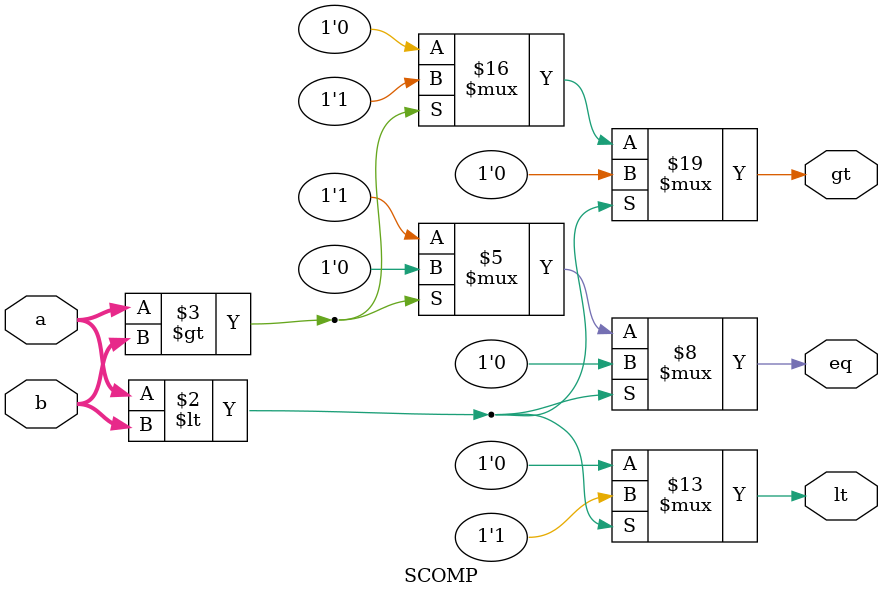
<source format=v>
`timescale 1ns / 1ns

module SCOMP(a, b, gt, lt, eq);
    // Parameter DATAWIDTH that describes the number of bits for the input a
    // and the output q
    parameter DATAWIDTH = 2;
    
    // Input and output declarations for the register module
    input signed [DATAWIDTH-1:0] a, b;
    output reg signed gt, lt, eq;
    
    // Start the procedural code using an always block that is sensative
    // to the inputs "a" and "b"
    always @(a, b) begin
    
        // If a < b lt is set to 1
        // Else if a > b gt is set to 1
        // Otherwise eq is set to 1
        if (a < b) begin
            gt <= 0; lt <= 1; eq <= 0;
        end
        else if (a > b) begin
            gt <= 1; lt <= 0; eq <= 0;
        end
        else begin
            gt <= 0; lt <= 0; eq <= 1;
        end
          
    end
    
endmodule

</source>
